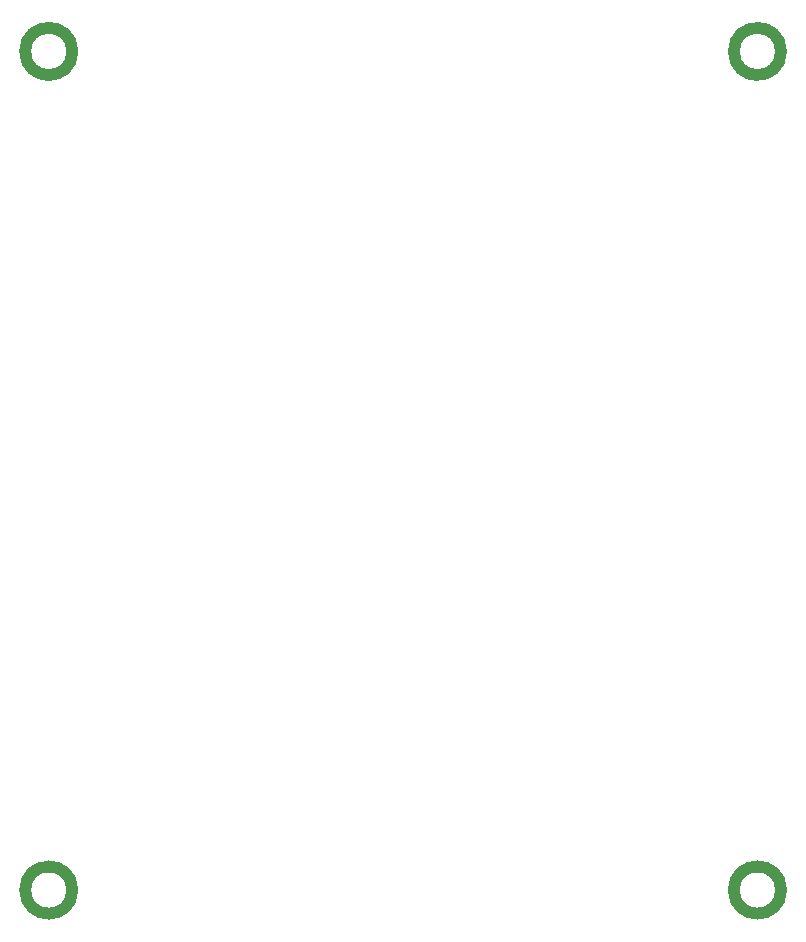
<source format=gbo>
G04*
G04 #@! TF.GenerationSoftware,Altium Limited,Altium Designer,24.3.1 (35)*
G04*
G04 Layer_Color=32896*
%FSLAX44Y44*%
%MOMM*%
G71*
G04*
G04 #@! TF.SameCoordinates,EE9A5EF0-155C-4C8F-B462-BE7DD29FB847*
G04*
G04*
G04 #@! TF.FilePolarity,Positive*
G04*
G01*
G75*
%ADD12C,1.0000*%
D12*
X650000Y30000D02*
G03*
X650000Y30000I-20000J0D01*
G01*
X50000D02*
G03*
X50000Y30000I-20000J0D01*
G01*
Y740000D02*
G03*
X50000Y740000I-20000J0D01*
G01*
X650000D02*
G03*
X650000Y740000I-20000J0D01*
G01*
M02*

</source>
